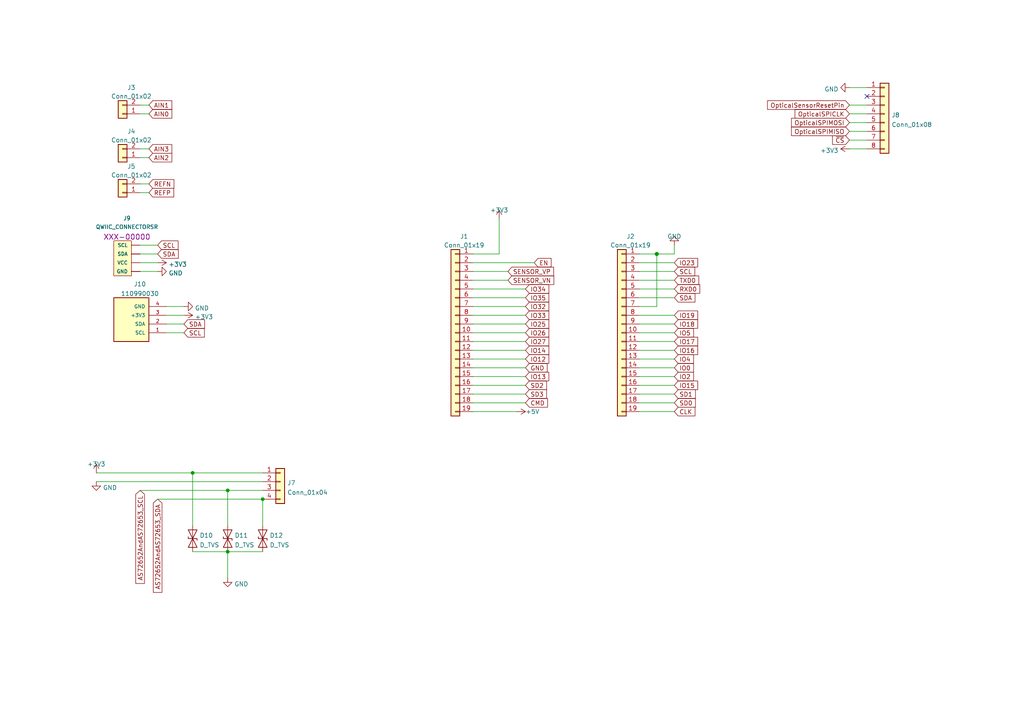
<source format=kicad_sch>
(kicad_sch (version 20210621) (generator eeschema)
  (paper "A4")
  (lib_symbols
    (symbol "Connector_Generic:Conn_01x02" (pin_names (offset 1.016) hide)
      (property "Reference" "J" (at 0 2.54 0))
      (property "Value" "Conn_01x02" (at 0 -5.08 0))
      (symbol "Conn_01x02_1_1"
        (rectangle (start -1.27 -2.413) (end 0 -2.667) (stroke (width 0.1524)))
        (rectangle (start -1.27 0.127) (end 0 -0.127) (stroke (width 0.1524)))
        (rectangle (start -1.27 1.27) (end 1.27 -3.81) (stroke (width 0.254)) (fill (type background)))
        (pin passive line (at -5.08 0 0) (length 3.81) (name "Pin_1") (number "1"))
        (pin passive line (at -5.08 -2.54 0) (length 3.81) (name "Pin_2") (number "2"))
      )
    )
    (symbol "Connector_Generic:Conn_01x04" (pin_names (offset 1.016) hide)
      (property "Reference" "J" (at 0 5.08 0))
      (property "Value" "Conn_01x04" (at 0 -7.62 0))
      (symbol "Conn_01x04_1_1"
        (rectangle (start -1.27 -4.953) (end 0 -5.207) (stroke (width 0.1524)))
        (rectangle (start -1.27 -2.413) (end 0 -2.667) (stroke (width 0.1524)))
        (rectangle (start -1.27 0.127) (end 0 -0.127) (stroke (width 0.1524)))
        (rectangle (start -1.27 2.667) (end 0 2.413) (stroke (width 0.1524)))
        (rectangle (start -1.27 3.81) (end 1.27 -6.35) (stroke (width 0.254)) (fill (type background)))
        (pin passive line (at -5.08 2.54 0) (length 3.81) (name "Pin_1") (number "1"))
        (pin passive line (at -5.08 0 0) (length 3.81) (name "Pin_2") (number "2"))
        (pin passive line (at -5.08 -2.54 0) (length 3.81) (name "Pin_3") (number "3"))
        (pin passive line (at -5.08 -5.08 0) (length 3.81) (name "Pin_4") (number "4"))
      )
    )
    (symbol "Connector_Generic:Conn_01x08" (pin_names (offset 1.016) hide)
      (property "Reference" "J" (at 0 10.16 0))
      (property "Value" "Conn_01x08" (at 0 -12.7 0))
      (symbol "Conn_01x08_1_1"
        (rectangle (start -1.27 -10.033) (end 0 -10.287) (stroke (width 0.1524)))
        (rectangle (start -1.27 -7.493) (end 0 -7.747) (stroke (width 0.1524)))
        (rectangle (start -1.27 -4.953) (end 0 -5.207) (stroke (width 0.1524)))
        (rectangle (start -1.27 -2.413) (end 0 -2.667) (stroke (width 0.1524)))
        (rectangle (start -1.27 0.127) (end 0 -0.127) (stroke (width 0.1524)))
        (rectangle (start -1.27 2.667) (end 0 2.413) (stroke (width 0.1524)))
        (rectangle (start -1.27 5.207) (end 0 4.953) (stroke (width 0.1524)))
        (rectangle (start -1.27 7.747) (end 0 7.493) (stroke (width 0.1524)))
        (rectangle (start -1.27 8.89) (end 1.27 -11.43) (stroke (width 0.254)) (fill (type background)))
        (pin passive line (at -5.08 7.62 0) (length 3.81) (name "Pin_1") (number "1"))
        (pin passive line (at -5.08 5.08 0) (length 3.81) (name "Pin_2") (number "2"))
        (pin passive line (at -5.08 2.54 0) (length 3.81) (name "Pin_3") (number "3"))
        (pin passive line (at -5.08 0 0) (length 3.81) (name "Pin_4") (number "4"))
        (pin passive line (at -5.08 -2.54 0) (length 3.81) (name "Pin_5") (number "5"))
        (pin passive line (at -5.08 -5.08 0) (length 3.81) (name "Pin_6") (number "6"))
        (pin passive line (at -5.08 -7.62 0) (length 3.81) (name "Pin_7") (number "7"))
        (pin passive line (at -5.08 -10.16 0) (length 3.81) (name "Pin_8") (number "8"))
      )
    )
    (symbol "Connector_Generic:Conn_01x19" (pin_names (offset 1.016) hide)
      (property "Reference" "J" (at 0 25.4 0))
      (property "Value" "Conn_01x19" (at 0 -25.4 0))
      (symbol "Conn_01x19_1_1"
        (rectangle (start -1.27 -22.733) (end 0 -22.987) (stroke (width 0.1524)))
        (rectangle (start -1.27 -20.193) (end 0 -20.447) (stroke (width 0.1524)))
        (rectangle (start -1.27 -17.653) (end 0 -17.907) (stroke (width 0.1524)))
        (rectangle (start -1.27 -15.113) (end 0 -15.367) (stroke (width 0.1524)))
        (rectangle (start -1.27 -12.573) (end 0 -12.827) (stroke (width 0.1524)))
        (rectangle (start -1.27 -10.033) (end 0 -10.287) (stroke (width 0.1524)))
        (rectangle (start -1.27 -7.493) (end 0 -7.747) (stroke (width 0.1524)))
        (rectangle (start -1.27 -4.953) (end 0 -5.207) (stroke (width 0.1524)))
        (rectangle (start -1.27 -2.413) (end 0 -2.667) (stroke (width 0.1524)))
        (rectangle (start -1.27 0.127) (end 0 -0.127) (stroke (width 0.1524)))
        (rectangle (start -1.27 2.667) (end 0 2.413) (stroke (width 0.1524)))
        (rectangle (start -1.27 5.207) (end 0 4.953) (stroke (width 0.1524)))
        (rectangle (start -1.27 7.747) (end 0 7.493) (stroke (width 0.1524)))
        (rectangle (start -1.27 10.287) (end 0 10.033) (stroke (width 0.1524)))
        (rectangle (start -1.27 12.827) (end 0 12.573) (stroke (width 0.1524)))
        (rectangle (start -1.27 15.367) (end 0 15.113) (stroke (width 0.1524)))
        (rectangle (start -1.27 17.907) (end 0 17.653) (stroke (width 0.1524)))
        (rectangle (start -1.27 20.447) (end 0 20.193) (stroke (width 0.1524)))
        (rectangle (start -1.27 22.987) (end 0 22.733) (stroke (width 0.1524)))
        (rectangle (start -1.27 24.13) (end 1.27 -24.13) (stroke (width 0.254)) (fill (type background)))
        (pin passive line (at -5.08 22.86 0) (length 3.81) (name "Pin_1") (number "1"))
        (pin passive line (at -5.08 0 0) (length 3.81) (name "Pin_10") (number "10"))
        (pin passive line (at -5.08 -2.54 0) (length 3.81) (name "Pin_11") (number "11"))
        (pin passive line (at -5.08 -5.08 0) (length 3.81) (name "Pin_12") (number "12"))
        (pin passive line (at -5.08 -7.62 0) (length 3.81) (name "Pin_13") (number "13"))
        (pin passive line (at -5.08 -10.16 0) (length 3.81) (name "Pin_14") (number "14"))
        (pin passive line (at -5.08 -12.7 0) (length 3.81) (name "Pin_15") (number "15"))
        (pin passive line (at -5.08 -15.24 0) (length 3.81) (name "Pin_16") (number "16"))
        (pin passive line (at -5.08 -17.78 0) (length 3.81) (name "Pin_17") (number "17"))
        (pin passive line (at -5.08 -20.32 0) (length 3.81) (name "Pin_18") (number "18"))
        (pin passive line (at -5.08 -22.86 0) (length 3.81) (name "Pin_19") (number "19"))
        (pin passive line (at -5.08 20.32 0) (length 3.81) (name "Pin_2") (number "2"))
        (pin passive line (at -5.08 17.78 0) (length 3.81) (name "Pin_3") (number "3"))
        (pin passive line (at -5.08 15.24 0) (length 3.81) (name "Pin_4") (number "4"))
        (pin passive line (at -5.08 12.7 0) (length 3.81) (name "Pin_5") (number "5"))
        (pin passive line (at -5.08 10.16 0) (length 3.81) (name "Pin_6") (number "6"))
        (pin passive line (at -5.08 7.62 0) (length 3.81) (name "Pin_7") (number "7"))
        (pin passive line (at -5.08 5.08 0) (length 3.81) (name "Pin_8") (number "8"))
        (pin passive line (at -5.08 2.54 0) (length 3.81) (name "Pin_9") (number "9"))
      )
    )
    (symbol "Device:D_TVS" (pin_numbers hide) (pin_names (offset 1.016) hide)
      (property "Reference" "D" (at 0 2.54 0))
      (property "Value" "D_TVS" (at 0 -2.54 0))
      (symbol "D_TVS_0_1"
        (polyline (pts (xy 1.27 0) (xy -1.27 0)))
        (polyline (pts (xy -2.54 -1.27) (xy 0 0) (xy -2.54 1.27) (xy -2.54 -1.27)) (stroke (width 0.2032)))
        (polyline (pts (xy 0.508 1.27) (xy 0 1.27) (xy 0 -1.27) (xy -0.508 -1.27)) (stroke (width 0.2032)))
        (polyline (pts (xy 2.54 1.27) (xy 2.54 -1.27) (xy 0 0) (xy 2.54 1.27)) (stroke (width 0.2032)))
      )
      (symbol "D_TVS_1_1"
        (pin passive line (at -3.81 0 0) (length 2.54) (name "A1") (number "1"))
        (pin passive line (at 3.81 0 180) (length 2.54) (name "A2") (number "2"))
      )
    )
    (symbol "Seeed4Pin2mmFemale:110990030" (pin_names (offset 1.016))
      (property "Reference" "J?" (at 5.842 -0.3615 0))
      (property "Value" "110990030" (at 5.842 -3.1366 0))
      (symbol "110990030_0_0"
        (rectangle (start -5.08 -7.62) (end 5.08 5.08) (stroke (width 0.254)) (fill (type background)))
        (pin passive line (at -10.16 2.54 0) (length 5.08) (name "SCL") (number "1"))
        (pin passive line (at -10.16 0 0) (length 5.08) (name "SDA") (number "2"))
        (pin passive line (at -10.16 -2.54 0) (length 5.08) (name "+3V3") (number "3"))
        (pin passive line (at -10.16 -5.08 0) (length 5.08) (name "GND") (number "4"))
      )
    )
    (symbol "SparkFun-Connectors:QWIIC_CONNECTORSR" (pin_numbers hide) (pin_names (offset 1.016))
      (property "Reference" "J" (at -5.08 10.16 0))
      (property "Value" "QWIIC_CONNECTORSR" (at -5.08 -3.81 0))
      (property "Field4" "XXX-00000" (at 0 13.97 0))
      (symbol "QWIIC_CONNECTORSR_1_0"
        (rectangle (start 0 -1.27) (end -5.08 8.89) (fill (type background)))
      )
      (symbol "QWIIC_CONNECTORSR_1_1"
        (pin power_in line (at 2.54 0 180) (length 2.54) (name "GND") (number "1"))
        (pin power_in line (at 2.54 2.54 180) (length 2.54) (name "VCC") (number "2"))
        (pin passive line (at 2.54 5.08 180) (length 2.54) (name "SDA") (number "3"))
        (pin passive line (at 2.54 7.62 180) (length 2.54) (name "SCL") (number "4"))
      )
    )
    (symbol "power:+3V3" (power) (pin_names (offset 0))
      (property "Value" "+3V3" (at 0 3.556 0))
      (symbol "+3V3_0_1"
        (polyline (pts (xy -0.762 1.27) (xy 0 2.54)))
        (polyline (pts (xy 0 0) (xy 0 2.54)))
        (polyline (pts (xy 0 2.54) (xy 0.762 1.27)))
      )
      (symbol "+3V3_1_1"
        (pin power_in line (at 0 0 90) (length 0) hide (name "+3V3") (number "1"))
      )
    )
    (symbol "power:+5V" (power) (pin_names (offset 0))
      (property "Value" "+5V" (at 0 3.556 0))
      (symbol "+5V_0_1"
        (polyline (pts (xy -0.762 1.27) (xy 0 2.54)))
        (polyline (pts (xy 0 0) (xy 0 2.54)))
        (polyline (pts (xy 0 2.54) (xy 0.762 1.27)))
      )
      (symbol "+5V_1_1"
        (pin power_in line (at 0 0 90) (length 0) hide (name "+5V") (number "1"))
      )
    )
    (symbol "power:GND" (power) (pin_names (offset 0))
      (property "Value" "GND" (at 0 -3.81 0))
      (symbol "GND_0_1"
        (polyline (pts (xy 0 0) (xy 0 -1.27) (xy 1.27 -1.27) (xy 0 -2.54) (xy -1.27 -1.27) (xy 0 -1.27)))
      )
      (symbol "GND_1_1"
        (pin power_in line (at 0 0 270) (length 0) hide (name "GND") (number "1"))
      )
    )
  )
  (junction (at 55.88 137.16))
  (junction (at 66.04 142.24))
  (junction (at 66.04 160.02))
  (junction (at 76.2 144.78))
  (junction (at 190.5 73.66) (diameter 1.016))
  (no_connect (at 251.46 27.94))
  (wire (pts (xy 27.94 137.16) (xy 55.88 137.16)))
  (wire (pts (xy 27.94 139.7) (xy 76.2 139.7)))
  (wire (pts (xy 40.64 30.48) (xy 43.18 30.48)))
  (wire (pts (xy 40.64 33.02) (xy 43.18 33.02)))
  (wire (pts (xy 40.64 43.18) (xy 43.18 43.18)))
  (wire (pts (xy 40.64 45.72) (xy 43.18 45.72)))
  (wire (pts (xy 40.64 53.34) (xy 43.18 53.34)))
  (wire (pts (xy 40.64 55.88) (xy 43.18 55.88)))
  (wire (pts (xy 40.64 71.12) (xy 45.72 71.12)))
  (wire (pts (xy 40.64 73.66) (xy 45.72 73.66)))
  (wire (pts (xy 40.64 76.2) (xy 45.72 76.2)))
  (wire (pts (xy 40.64 78.74) (xy 45.72 78.74)))
  (wire (pts (xy 40.64 142.24) (xy 66.04 142.24)))
  (wire (pts (xy 45.72 144.78) (xy 76.2 144.78)))
  (wire (pts (xy 48.26 88.9) (xy 53.34 88.9)))
  (wire (pts (xy 48.26 91.44) (xy 53.34 91.44)))
  (wire (pts (xy 48.26 93.98) (xy 53.34 93.98)))
  (wire (pts (xy 48.26 96.52) (xy 53.34 96.52)))
  (wire (pts (xy 55.88 137.16) (xy 55.88 152.4)))
  (wire (pts (xy 55.88 137.16) (xy 76.2 137.16)))
  (wire (pts (xy 55.88 160.02) (xy 66.04 160.02)))
  (wire (pts (xy 66.04 142.24) (xy 66.04 152.4)))
  (wire (pts (xy 66.04 142.24) (xy 76.2 142.24)))
  (wire (pts (xy 66.04 160.02) (xy 66.04 167.64)))
  (wire (pts (xy 66.04 160.02) (xy 76.2 160.02)))
  (wire (pts (xy 76.2 144.78) (xy 76.2 152.4)))
  (wire (pts (xy 137.16 73.66) (xy 144.78 73.66)))
  (wire (pts (xy 137.16 76.2) (xy 154.94 76.2)))
  (wire (pts (xy 137.16 78.74) (xy 147.32 78.74)))
  (wire (pts (xy 137.16 81.28) (xy 147.32 81.28)))
  (wire (pts (xy 137.16 83.82) (xy 152.4 83.82)))
  (wire (pts (xy 137.16 86.36) (xy 152.4 86.36)))
  (wire (pts (xy 137.16 88.9) (xy 152.4 88.9)))
  (wire (pts (xy 137.16 91.44) (xy 152.4 91.44)))
  (wire (pts (xy 137.16 93.98) (xy 152.4 93.98)))
  (wire (pts (xy 137.16 96.52) (xy 152.4 96.52)))
  (wire (pts (xy 137.16 99.06) (xy 152.4 99.06)))
  (wire (pts (xy 137.16 101.6) (xy 152.4 101.6)))
  (wire (pts (xy 137.16 104.14) (xy 152.4 104.14)))
  (wire (pts (xy 137.16 106.68) (xy 152.4 106.68)))
  (wire (pts (xy 137.16 109.22) (xy 152.4 109.22)))
  (wire (pts (xy 137.16 111.76) (xy 152.4 111.76)))
  (wire (pts (xy 137.16 114.3) (xy 152.4 114.3)))
  (wire (pts (xy 137.16 116.84) (xy 152.4 116.84)))
  (wire (pts (xy 137.16 119.38) (xy 149.86 119.38)))
  (wire (pts (xy 144.78 73.66) (xy 144.78 63.5)))
  (wire (pts (xy 185.42 73.66) (xy 190.5 73.66)))
  (wire (pts (xy 185.42 76.2) (xy 195.58 76.2)))
  (wire (pts (xy 185.42 78.74) (xy 195.58 78.74)))
  (wire (pts (xy 185.42 81.28) (xy 195.58 81.28)))
  (wire (pts (xy 185.42 83.82) (xy 195.58 83.82)))
  (wire (pts (xy 185.42 86.36) (xy 195.58 86.36)))
  (wire (pts (xy 185.42 88.9) (xy 190.5 88.9)))
  (wire (pts (xy 185.42 91.44) (xy 195.58 91.44)))
  (wire (pts (xy 185.42 93.98) (xy 195.58 93.98)))
  (wire (pts (xy 185.42 96.52) (xy 195.58 96.52)))
  (wire (pts (xy 185.42 99.06) (xy 195.58 99.06)))
  (wire (pts (xy 185.42 101.6) (xy 195.58 101.6)))
  (wire (pts (xy 185.42 104.14) (xy 195.58 104.14)))
  (wire (pts (xy 185.42 106.68) (xy 195.58 106.68)))
  (wire (pts (xy 185.42 109.22) (xy 195.58 109.22)))
  (wire (pts (xy 185.42 111.76) (xy 195.58 111.76)))
  (wire (pts (xy 185.42 114.3) (xy 195.58 114.3)))
  (wire (pts (xy 185.42 116.84) (xy 195.58 116.84)))
  (wire (pts (xy 185.42 119.38) (xy 195.58 119.38)))
  (wire (pts (xy 190.5 73.66) (xy 190.5 88.9)))
  (wire (pts (xy 190.5 73.66) (xy 195.58 73.66)))
  (wire (pts (xy 195.58 71.12) (xy 195.58 73.66)))
  (wire (pts (xy 246.38 25.4) (xy 251.46 25.4)))
  (wire (pts (xy 246.38 30.48) (xy 251.46 30.48)))
  (wire (pts (xy 246.38 33.02) (xy 251.46 33.02)))
  (wire (pts (xy 246.38 35.56) (xy 251.46 35.56)))
  (wire (pts (xy 246.38 38.1) (xy 251.46 38.1)))
  (wire (pts (xy 246.38 40.64) (xy 251.46 40.64)))
  (wire (pts (xy 246.38 43.18) (xy 251.46 43.18)))
  (global_label "AS72652AndAS72653_SCL" (shape input) (at 40.64 142.24 270) (property "Intersheet References" "${INTERSHEET_REFS}" (effects hide)))
  (global_label "AIN1" (shape input) (at 43.18 30.48 0) (property "Intersheet References" "${INTERSHEET_REFS}" (effects hide)))
  (global_label "AIN0" (shape input) (at 43.18 33.02 0) (property "Intersheet References" "${INTERSHEET_REFS}" (effects hide)))
  (global_label "AIN3" (shape input) (at 43.18 43.18 0) (property "Intersheet References" "${INTERSHEET_REFS}" (effects hide)))
  (global_label "AIN2" (shape input) (at 43.18 45.72 0) (property "Intersheet References" "${INTERSHEET_REFS}" (effects hide)))
  (global_label "REFN" (shape input) (at 43.18 53.34 0) (property "Intersheet References" "${INTERSHEET_REFS}" (effects hide)))
  (global_label "REFP" (shape input) (at 43.18 55.88 0) (property "Intersheet References" "${INTERSHEET_REFS}" (effects hide)))
  (global_label "SCL" (shape input) (at 45.72 71.12 0) (property "Intersheet References" "${INTERSHEET_REFS}" (effects hide)))
  (global_label "SDA" (shape input) (at 45.72 73.66 0) (property "Intersheet References" "${INTERSHEET_REFS}" (effects hide)))
  (global_label "AS72652AndAS72653_SDA" (shape input) (at 45.72 144.78 270) (property "Intersheet References" "${INTERSHEET_REFS}" (effects hide)))
  (global_label "SDA" (shape input) (at 53.34 93.98 0) (property "Intersheet References" "${INTERSHEET_REFS}" (effects hide)))
  (global_label "SCL" (shape input) (at 53.34 96.52 0) (property "Intersheet References" "${INTERSHEET_REFS}" (effects hide)))
  (global_label "SENSOR_VP" (shape input) (at 147.32 78.74 0) (property "Intersheet References" "${INTERSHEET_REFS}" (effects hide)))
  (global_label "SENSOR_VN" (shape input) (at 147.32 81.28 0) (property "Intersheet References" "${INTERSHEET_REFS}" (effects hide)))
  (global_label "IO34" (shape input) (at 152.4 83.82 0) (property "Intersheet References" "${INTERSHEET_REFS}" (effects hide)))
  (global_label "IO35" (shape input) (at 152.4 86.36 0) (property "Intersheet References" "${INTERSHEET_REFS}" (effects hide)))
  (global_label "IO32" (shape input) (at 152.4 88.9 0) (property "Intersheet References" "${INTERSHEET_REFS}" (effects hide)))
  (global_label "IO33" (shape input) (at 152.4 91.44 0) (property "Intersheet References" "${INTERSHEET_REFS}" (effects hide)))
  (global_label "IO25" (shape input) (at 152.4 93.98 0) (property "Intersheet References" "${INTERSHEET_REFS}" (effects hide)))
  (global_label "IO26" (shape input) (at 152.4 96.52 0) (property "Intersheet References" "${INTERSHEET_REFS}" (effects hide)))
  (global_label "IO27" (shape input) (at 152.4 99.06 0) (property "Intersheet References" "${INTERSHEET_REFS}" (effects hide)))
  (global_label "IO14" (shape input) (at 152.4 101.6 0) (property "Intersheet References" "${INTERSHEET_REFS}" (effects hide)))
  (global_label "IO12" (shape input) (at 152.4 104.14 0) (property "Intersheet References" "${INTERSHEET_REFS}" (effects hide)))
  (global_label "GND" (shape input) (at 152.4 106.68 0) (property "Intersheet References" "${INTERSHEET_REFS}" (effects hide)))
  (global_label "IO13" (shape input) (at 152.4 109.22 0) (property "Intersheet References" "${INTERSHEET_REFS}" (effects hide)))
  (global_label "SD2" (shape input) (at 152.4 111.76 0) (property "Intersheet References" "${INTERSHEET_REFS}" (effects hide)))
  (global_label "SD3" (shape input) (at 152.4 114.3 0) (property "Intersheet References" "${INTERSHEET_REFS}" (effects hide)))
  (global_label "CMD" (shape input) (at 152.4 116.84 0) (property "Intersheet References" "${INTERSHEET_REFS}" (effects hide)))
  (global_label "EN" (shape input) (at 154.94 76.2 0) (property "Intersheet References" "${INTERSHEET_REFS}" (effects hide)))
  (global_label "IO23" (shape input) (at 195.58 76.2 0) (property "Intersheet References" "${INTERSHEET_REFS}" (effects hide)))
  (global_label "SCL" (shape input) (at 195.58 78.74 0) (property "Intersheet References" "${INTERSHEET_REFS}" (effects hide)))
  (global_label "TXD0" (shape input) (at 195.58 81.28 0) (property "Intersheet References" "${INTERSHEET_REFS}" (effects hide)))
  (global_label "RXD0" (shape input) (at 195.58 83.82 0) (property "Intersheet References" "${INTERSHEET_REFS}" (effects hide)))
  (global_label "SDA" (shape input) (at 195.58 86.36 0) (property "Intersheet References" "${INTERSHEET_REFS}" (effects hide)))
  (global_label "IO19" (shape input) (at 195.58 91.44 0) (property "Intersheet References" "${INTERSHEET_REFS}" (effects hide)))
  (global_label "IO18" (shape input) (at 195.58 93.98 0) (property "Intersheet References" "${INTERSHEET_REFS}" (effects hide)))
  (global_label "IO5" (shape input) (at 195.58 96.52 0) (property "Intersheet References" "${INTERSHEET_REFS}" (effects hide)))
  (global_label "IO17" (shape input) (at 195.58 99.06 0) (property "Intersheet References" "${INTERSHEET_REFS}" (effects hide)))
  (global_label "IO16" (shape input) (at 195.58 101.6 0) (property "Intersheet References" "${INTERSHEET_REFS}" (effects hide)))
  (global_label "IO4" (shape input) (at 195.58 104.14 0) (property "Intersheet References" "${INTERSHEET_REFS}" (effects hide)))
  (global_label "IO0" (shape input) (at 195.58 106.68 0) (property "Intersheet References" "${INTERSHEET_REFS}" (effects hide)))
  (global_label "IO2" (shape input) (at 195.58 109.22 0) (property "Intersheet References" "${INTERSHEET_REFS}" (effects hide)))
  (global_label "IO15" (shape input) (at 195.58 111.76 0) (property "Intersheet References" "${INTERSHEET_REFS}" (effects hide)))
  (global_label "SD1" (shape input) (at 195.58 114.3 0) (property "Intersheet References" "${INTERSHEET_REFS}" (effects hide)))
  (global_label "SD0" (shape input) (at 195.58 116.84 0) (property "Intersheet References" "${INTERSHEET_REFS}" (effects hide)))
  (global_label "CLK" (shape input) (at 195.58 119.38 0) (property "Intersheet References" "${INTERSHEET_REFS}" (effects hide)))
  (global_label "OpticalSensorResetPin" (shape input) (at 246.38 30.48 180) (property "Intersheet References" "${INTERSHEET_REFS}" (effects hide)))
  (global_label "OpticalSPICLK" (shape input) (at 246.38 33.02 180) (property "Intersheet References" "${INTERSHEET_REFS}" (effects hide)))
  (global_label "OpticalSPIMOSI" (shape input) (at 246.38 35.56 180) (property "Intersheet References" "${INTERSHEET_REFS}" (effects hide)))
  (global_label "OpticalSPIMISO" (shape input) (at 246.38 38.1 180) (property "Intersheet References" "${INTERSHEET_REFS}" (effects hide)))
  (global_label "~{CS}" (shape input) (at 246.38 40.64 180) (property "Intersheet References" "${INTERSHEET_REFS}" (effects hide)))
  (symbol (lib_id "power:+3V3") (at 27.94 137.16 0) (unit 1)
    (property "Reference" "#PWR0110" (effects hide))
    (property "Value" "+3V3" (at 27.94 134.62 0))
  )
  (symbol (lib_id "power:+3V3") (at 45.72 76.2 270) (unit 1)
    (property "Reference" "#PWR029" (effects hide))
    (property "Value" "+3V3" (at 48.8949 76.679 90) (effects (justify left)))
  )
  (symbol (lib_id "power:+3V3") (at 53.34 91.44 270) (unit 1)
    (property "Reference" "#PWR032" (effects hide))
    (property "Value" "+3V3" (at 56.5149 91.919 90) (effects (justify left)))
  )
  (symbol (lib_id "power:+3V3") (at 144.78 63.5 0) (unit 1)
    (property "Reference" "#PWR0125" (effects hide))
    (property "Value" "+3V3" (at 144.78 60.96 0))
  )
  (symbol (lib_id "power:+5V") (at 149.86 119.38 270) (unit 1)
    (property "Reference" "#PWR0124" (effects hide))
    (property "Value" "+5V" (at 152.4 119.38 90) (effects (justify left)))
  )
  (symbol (lib_id "power:+3V3") (at 246.38 43.18 90) (unit 1)
    (property "Reference" "#PWR0148" (effects hide))
    (property "Value" "+3V3" (at 243.205 43.659 90) (effects (justify left)))
  )
  (symbol (lib_id "power:GND") (at 27.94 139.7 0) (unit 1)
    (property "Reference" "#PWR0111" (effects hide))
    (property "Value" "GND" (at 29.845 141.4489 0) (effects (justify left)))
  )
  (symbol (lib_id "power:GND") (at 45.72 78.74 90) (unit 1)
    (property "Reference" "#PWR030" (effects hide))
    (property "Value" "GND" (at 48.895 79.219 90) (effects (justify right)))
  )
  (symbol (lib_id "power:GND") (at 53.34 88.9 90) (unit 1)
    (property "Reference" "#PWR031" (effects hide))
    (property "Value" "GND" (at 56.515 89.379 90) (effects (justify right)))
  )
  (symbol (lib_id "power:GND") (at 66.04 167.64 0) (unit 1)
    (property "Reference" "#PWR0145" (effects hide))
    (property "Value" "GND" (at 67.945 169.3889 0) (effects (justify left)))
  )
  (symbol (lib_id "power:GND") (at 195.58 71.12 180) (unit 1)
    (property "Reference" "#PWR0126" (effects hide))
    (property "Value" "GND" (at 195.58 68.58 0))
  )
  (symbol (lib_id "power:GND") (at 246.38 25.4 270) (unit 1)
    (property "Reference" "#PWR0151" (effects hide))
    (property "Value" "GND" (at 243.205 25.879 90) (effects (justify right)))
  )
  (symbol (lib_id "Device:D_TVS") (at 55.88 156.21 90) (unit 1)
    (property "Reference" "D10" (at 57.8866 155.3015 90) (effects (justify right)))
    (property "Value" "D_TVS" (at 57.8866 158.0766 90) (effects (justify right)))
    (property "Footprint" "Diode_SMD:D_0402_1005Metric_Pad0.77x0.64mm_HandSolder" (effects hide))
  )
  (symbol (lib_id "Device:D_TVS") (at 66.04 156.21 90) (unit 1)
    (property "Reference" "D11" (at 68.0466 155.3015 90) (effects (justify right)))
    (property "Value" "D_TVS" (at 68.0466 158.0766 90) (effects (justify right)))
    (property "Footprint" "Diode_SMD:D_0402_1005Metric_Pad0.77x0.64mm_HandSolder" (effects hide))
  )
  (symbol (lib_id "Device:D_TVS") (at 76.2 156.21 90) (unit 1)
    (property "Reference" "D12" (at 78.2066 155.3015 90) (effects (justify right)))
    (property "Value" "D_TVS" (at 78.2066 158.0766 90) (effects (justify right)))
    (property "Footprint" "Diode_SMD:D_0402_1005Metric_Pad0.77x0.64mm_HandSolder" (effects hide))
  )
  (symbol (lib_id "Connector_Generic:Conn_01x02") (at 35.56 33.02 180) (unit 1)
    (property "Reference" "J3" (at 38.1 25.4 0))
    (property "Value" "Conn_01x02" (at 38.1 27.94 0))
    (property "Footprint" "Connector_PinHeader_2.54mm:PinHeader_1x02_P2.54mm_Vertical" (effects hide))
  )
  (symbol (lib_id "Connector_Generic:Conn_01x02") (at 35.56 45.72 180) (unit 1)
    (property "Reference" "J4" (at 38.1 38.1 0))
    (property "Value" "Conn_01x02" (at 38.1 40.64 0))
    (property "Footprint" "Connector_PinHeader_2.54mm:PinHeader_1x02_P2.54mm_Vertical" (effects hide))
  )
  (symbol (lib_id "Connector_Generic:Conn_01x02") (at 35.56 55.88 180) (unit 1)
    (property "Reference" "J5" (at 38.1 48.26 0))
    (property "Value" "Conn_01x02" (at 38.1 50.8 0))
    (property "Footprint" "Connector_PinHeader_2.54mm:PinHeader_1x02_P2.54mm_Vertical" (effects hide))
  )
  (symbol (lib_id "Connector_Generic:Conn_01x04") (at 81.28 139.7 0) (unit 1)
    (property "Reference" "J7" (at 83.3119 140.0615 0) (effects (justify left)))
    (property "Value" "Conn_01x04" (at 83.3119 142.8366 0) (effects (justify left)))
    (property "Footprint" "Connector_PinHeader_2.54mm:PinHeader_1x04_P2.54mm_Vertical" (effects hide))
  )
  (symbol (lib_id "SparkFun-Connectors:QWIIC_CONNECTORSR") (at 38.1 78.74 0) (unit 1)
    (property "Reference" "J9" (at 36.83 63.3014 0) (effects (font (size 1.143 1.143))))
    (property "Value" "QWIIC_CONNECTORSR" (at 36.83 65.8242 0) (effects (font (size 1.143 1.143))))
    (property "Footprint" "SparkfunConnectors:1X04_1MM_RA_STRESSRELIEF" (effects hide))
    (property "Field4" "XXX-00000" (at 36.83 68.7251 0) (effects (font (size 1.524 1.524))))
  )
  (symbol (lib_id "Connector_Generic:Conn_01x08") (at 256.54 33.02 0) (unit 1)
    (property "Reference" "J8" (at 258.5719 33.3815 0) (effects (justify left)))
    (property "Value" "Conn_01x08" (at 258.5719 36.1566 0) (effects (justify left)))
    (property "Footprint" "Connector_PinHeader_2.54mm:PinHeader_1x08_P2.54mm_Vertical" (effects hide))
  )
  (symbol (lib_id "Seeed4Pin2mmFemale:110990030") (at 38.1 93.98 180) (unit 1)
    (property "Reference" "J10" (at 40.5765 82.3935 0))
    (property "Value" "110990030" (at 40.5765 85.1686 0))
    (property "Footprint" "Seeed:SEEED_110990030" (effects hide))
    (property "PARTREV" "A" (effects hide))
    (property "STANDARD" "Manufacturer Recommendations" (effects hide))
    (property "MAXIMUM_PACKAGE_HEIGHT" "8.1mm" (effects hide))
    (property "MANUFACTURER" "Seeed Technology" (effects hide))
  )
  (symbol (lib_id "Connector_Generic:Conn_01x19") (at 132.08 96.52 0) (mirror y) (unit 1)
    (property "Reference" "J1" (at 134.62 68.58 0))
    (property "Value" "Conn_01x19" (at 134.62 71.12 0))
    (property "Footprint" "Connector_PinHeader_2.54mm:PinHeader_1x19_P2.54mm_Vertical" (effects hide))
  )
  (symbol (lib_id "Connector_Generic:Conn_01x19") (at 180.34 96.52 0) (mirror y) (unit 1)
    (property "Reference" "J2" (at 182.88 68.58 0))
    (property "Value" "Conn_01x19" (at 182.88 71.12 0))
    (property "Footprint" "Connector_PinHeader_2.54mm:PinHeader_1x19_P2.54mm_Vertical" (effects hide))
  )
)
</source>
